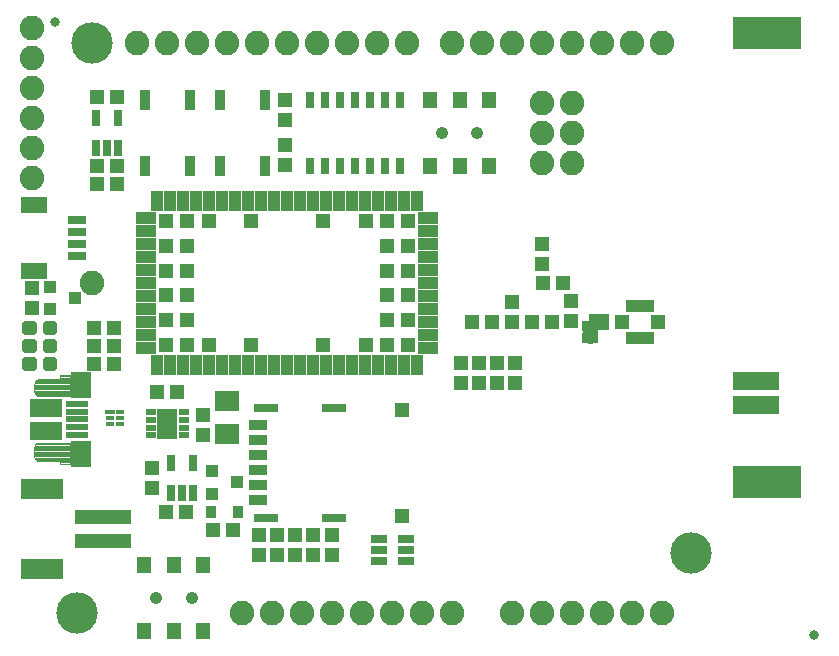
<source format=gts>
G75*
%MOIN*%
%OFA0B0*%
%FSLAX25Y25*%
%IPPOS*%
%LPD*%
%AMOC8*
5,1,8,0,0,1.08239X$1,22.5*
%
%ADD10C,0.05000*%
%ADD11R,0.03950X0.06706*%
%ADD12R,0.06706X0.03950*%
%ADD13R,0.05131X0.05131*%
%ADD14R,0.07690X0.02375*%
%ADD15R,0.06548X0.08674*%
%ADD16R,0.10643X0.06410*%
%ADD17C,0.00400*%
%ADD18R,0.08674X0.05524*%
%ADD19R,0.06115X0.03162*%
%ADD20R,0.18910X0.04737*%
%ADD21R,0.14186X0.07099*%
%ADD22R,0.03800X0.06800*%
%ADD23C,0.08200*%
%ADD24R,0.02965X0.05524*%
%ADD25R,0.05131X0.04737*%
%ADD26R,0.03280X0.04068*%
%ADD27C,0.01990*%
%ADD28R,0.04343X0.03950*%
%ADD29R,0.04737X0.05131*%
%ADD30R,0.03359X0.01981*%
%ADD31R,0.07099X0.10052*%
%ADD32R,0.04737X0.05328*%
%ADD33C,0.04146*%
%ADD34R,0.05918X0.03359*%
%ADD35R,0.07887X0.02690*%
%ADD36R,0.04737X0.04855*%
%ADD37R,0.09461X0.04146*%
%ADD38R,0.04934X0.04737*%
%ADD39R,0.03162X0.05524*%
%ADD40R,0.07887X0.07099*%
%ADD41R,0.22847X0.11036*%
%ADD42R,0.15367X0.06312*%
%ADD43C,0.13800*%
%ADD44R,0.03300X0.05800*%
%ADD45R,0.05800X0.03300*%
%ADD46C,0.00500*%
%ADD47R,0.03202X0.01784*%
%ADD48R,0.03005X0.01784*%
%ADD49R,0.05524X0.03162*%
%ADD50C,0.03300*%
D10*
X0254333Y0137300D02*
X0254333Y0138900D01*
X0254333Y0139000D02*
X0254333Y0137500D01*
D11*
X0196640Y0127638D03*
X0192310Y0127638D03*
X0187979Y0127638D03*
X0183648Y0127638D03*
X0179318Y0127638D03*
X0174987Y0127638D03*
X0170656Y0127638D03*
X0166325Y0127638D03*
X0161995Y0127638D03*
X0157664Y0127638D03*
X0153333Y0127638D03*
X0149003Y0127638D03*
X0144672Y0127638D03*
X0140341Y0127638D03*
X0136010Y0127638D03*
X0131680Y0127638D03*
X0127349Y0127638D03*
X0123018Y0127638D03*
X0118688Y0127638D03*
X0114357Y0127638D03*
X0110026Y0127638D03*
X0110026Y0182362D03*
X0114357Y0182362D03*
X0118688Y0182362D03*
X0123018Y0182362D03*
X0127349Y0182362D03*
X0131680Y0182362D03*
X0136010Y0182362D03*
X0140341Y0182362D03*
X0144672Y0182362D03*
X0149003Y0182362D03*
X0153333Y0182362D03*
X0157664Y0182362D03*
X0161995Y0182362D03*
X0166325Y0182362D03*
X0170656Y0182362D03*
X0174987Y0182362D03*
X0179318Y0182362D03*
X0183648Y0182362D03*
X0187979Y0182362D03*
X0192310Y0182362D03*
X0196640Y0182362D03*
D12*
X0200381Y0176654D03*
X0200381Y0172323D03*
X0200381Y0167992D03*
X0200381Y0163661D03*
X0200381Y0159331D03*
X0200381Y0155000D03*
X0200381Y0150669D03*
X0200381Y0146339D03*
X0200381Y0142008D03*
X0200381Y0137677D03*
X0200381Y0133346D03*
X0106286Y0133346D03*
X0106286Y0137677D03*
X0106286Y0142008D03*
X0106286Y0146339D03*
X0106286Y0150669D03*
X0106286Y0155000D03*
X0106286Y0159331D03*
X0106286Y0163661D03*
X0106286Y0167992D03*
X0106286Y0172323D03*
X0106286Y0176654D03*
D13*
X0112979Y0175669D03*
X0120066Y0175669D03*
X0127152Y0175669D03*
X0120066Y0167402D03*
X0112979Y0167402D03*
X0112979Y0159134D03*
X0120066Y0159134D03*
X0120066Y0150866D03*
X0112979Y0150866D03*
X0112979Y0142598D03*
X0120066Y0142598D03*
X0120066Y0134331D03*
X0127152Y0134331D03*
X0112979Y0134331D03*
X0141325Y0134331D03*
X0165341Y0134331D03*
X0179514Y0134331D03*
X0186601Y0134331D03*
X0193688Y0134331D03*
X0193688Y0142598D03*
X0186601Y0142598D03*
X0186601Y0150866D03*
X0193688Y0150866D03*
X0193688Y0159134D03*
X0186601Y0159134D03*
X0186601Y0167402D03*
X0193688Y0167402D03*
X0193688Y0175669D03*
X0186601Y0175669D03*
X0179514Y0175669D03*
X0165341Y0175669D03*
X0141325Y0175669D03*
D14*
X0083333Y0114618D03*
X0083333Y0112059D03*
X0083333Y0109500D03*
X0083333Y0106941D03*
X0083333Y0104382D03*
D15*
X0084416Y0098083D03*
X0084416Y0120917D03*
D16*
X0072802Y0113289D03*
X0072802Y0105711D03*
D17*
X0070243Y0101626D02*
X0080873Y0101626D01*
X0080873Y0094539D01*
X0077723Y0094539D01*
X0077723Y0095720D01*
X0070243Y0095720D01*
X0069941Y0095799D01*
X0069664Y0095942D01*
X0069427Y0096144D01*
X0069240Y0096393D01*
X0069113Y0096678D01*
X0069052Y0096984D01*
X0069062Y0097295D01*
X0069062Y0100445D01*
X0069091Y0100708D01*
X0069179Y0100957D01*
X0069319Y0101181D01*
X0069506Y0101368D01*
X0069730Y0101509D01*
X0069980Y0101596D01*
X0070243Y0101626D01*
X0069851Y0101551D02*
X0080873Y0101551D01*
X0080873Y0101153D02*
X0069302Y0101153D01*
X0069108Y0100754D02*
X0080873Y0100754D01*
X0080873Y0100356D02*
X0069062Y0100356D01*
X0069062Y0099957D02*
X0080873Y0099957D01*
X0080873Y0099559D02*
X0069062Y0099559D01*
X0069062Y0099160D02*
X0080873Y0099160D01*
X0080873Y0098762D02*
X0069062Y0098762D01*
X0069062Y0098363D02*
X0080873Y0098363D01*
X0080873Y0097965D02*
X0069062Y0097965D01*
X0069062Y0097566D02*
X0080873Y0097566D01*
X0080873Y0097168D02*
X0069058Y0097168D01*
X0069095Y0096769D02*
X0080873Y0096769D01*
X0080873Y0096371D02*
X0069256Y0096371D01*
X0069629Y0095972D02*
X0080873Y0095972D01*
X0080873Y0095574D02*
X0077723Y0095574D01*
X0077723Y0095175D02*
X0080873Y0095175D01*
X0080873Y0094777D02*
X0077723Y0094777D01*
X0080873Y0117374D02*
X0070636Y0117374D01*
X0070325Y0117365D01*
X0070019Y0117425D01*
X0069734Y0117552D01*
X0069485Y0117739D01*
X0069284Y0117977D01*
X0069140Y0118253D01*
X0069062Y0118555D01*
X0069062Y0121311D01*
X0069101Y0121661D01*
X0069218Y0121994D01*
X0069405Y0122293D01*
X0069655Y0122542D01*
X0069953Y0122730D01*
X0070286Y0122846D01*
X0070636Y0122886D01*
X0077723Y0122886D01*
X0077723Y0124461D01*
X0080873Y0124461D01*
X0080873Y0117374D01*
X0080873Y0117492D02*
X0069869Y0117492D01*
X0069357Y0117890D02*
X0080873Y0117890D01*
X0080873Y0118289D02*
X0069131Y0118289D01*
X0069062Y0118687D02*
X0080873Y0118687D01*
X0080873Y0119086D02*
X0069062Y0119086D01*
X0069062Y0119484D02*
X0080873Y0119484D01*
X0080873Y0119883D02*
X0069062Y0119883D01*
X0069062Y0120281D02*
X0080873Y0120281D01*
X0080873Y0120680D02*
X0069062Y0120680D01*
X0069062Y0121078D02*
X0080873Y0121078D01*
X0080873Y0121477D02*
X0069080Y0121477D01*
X0069176Y0121875D02*
X0080873Y0121875D01*
X0080873Y0122274D02*
X0069393Y0122274D01*
X0069862Y0122672D02*
X0080873Y0122672D01*
X0080873Y0123071D02*
X0077723Y0123071D01*
X0077723Y0123470D02*
X0080873Y0123470D01*
X0080873Y0123868D02*
X0077723Y0123868D01*
X0077723Y0124267D02*
X0080873Y0124267D01*
D18*
X0068865Y0158976D03*
X0068865Y0181024D03*
D19*
X0083333Y0175906D03*
X0083333Y0171969D03*
X0083333Y0168031D03*
X0083333Y0164094D03*
D20*
X0091900Y0076937D03*
X0091900Y0069063D03*
D21*
X0071428Y0059614D03*
X0071428Y0086386D03*
D22*
X0105833Y0194000D03*
X0120833Y0194000D03*
X0130833Y0194000D03*
X0145833Y0194000D03*
X0145833Y0216000D03*
X0130833Y0216000D03*
X0120833Y0216000D03*
X0105833Y0216000D03*
D23*
X0103333Y0235000D03*
X0113333Y0235000D03*
X0123333Y0235000D03*
X0133333Y0235000D03*
X0143333Y0235000D03*
X0153333Y0235000D03*
X0163333Y0235000D03*
X0173333Y0235000D03*
X0183333Y0235000D03*
X0193333Y0235000D03*
X0208333Y0235000D03*
X0218333Y0235000D03*
X0228333Y0235000D03*
X0238333Y0235000D03*
X0248333Y0235000D03*
X0258333Y0235000D03*
X0268333Y0235000D03*
X0278333Y0235000D03*
X0248333Y0215000D03*
X0238333Y0215000D03*
X0238333Y0205000D03*
X0248333Y0205000D03*
X0248333Y0195000D03*
X0238333Y0195000D03*
X0088333Y0155000D03*
X0068333Y0190000D03*
X0068333Y0200000D03*
X0068333Y0210000D03*
X0068333Y0220000D03*
X0068333Y0230000D03*
X0068333Y0240000D03*
X0138333Y0045000D03*
X0148333Y0045000D03*
X0158333Y0045000D03*
X0168333Y0045000D03*
X0178333Y0045000D03*
X0188333Y0045000D03*
X0198333Y0045000D03*
X0208333Y0045000D03*
X0228333Y0045000D03*
X0238333Y0045000D03*
X0248333Y0045000D03*
X0258333Y0045000D03*
X0268333Y0045000D03*
X0278333Y0045000D03*
D24*
X0122073Y0084881D03*
X0118333Y0084881D03*
X0114593Y0084881D03*
X0114593Y0095119D03*
X0122073Y0095119D03*
X0097073Y0199881D03*
X0093333Y0199881D03*
X0089593Y0199881D03*
X0089593Y0210119D03*
X0097073Y0210119D03*
D25*
X0096680Y0217100D03*
X0089987Y0217100D03*
X0089987Y0194000D03*
X0089987Y0188000D03*
X0096680Y0188000D03*
X0096680Y0194000D03*
X0095680Y0140000D03*
X0088987Y0140000D03*
X0088987Y0134000D03*
X0088987Y0128000D03*
X0095680Y0128000D03*
X0095680Y0134000D03*
X0109987Y0118500D03*
X0116680Y0118500D03*
X0119680Y0078500D03*
X0112987Y0078500D03*
X0128487Y0072500D03*
X0135180Y0072500D03*
X0214987Y0142008D03*
X0221680Y0142008D03*
X0234987Y0142008D03*
X0241680Y0142008D03*
X0238487Y0155000D03*
X0245180Y0155000D03*
D26*
X0136861Y0078500D03*
X0127806Y0078500D03*
D27*
X0075659Y0126627D02*
X0075659Y0129373D01*
X0075659Y0126627D02*
X0072913Y0126627D01*
X0072913Y0129373D01*
X0075659Y0129373D01*
X0075659Y0128517D02*
X0072913Y0128517D01*
X0068754Y0129373D02*
X0068754Y0126627D01*
X0066008Y0126627D01*
X0066008Y0129373D01*
X0068754Y0129373D01*
X0068754Y0128517D02*
X0066008Y0128517D01*
X0066008Y0132627D02*
X0066008Y0135373D01*
X0068754Y0135373D01*
X0068754Y0132627D01*
X0066008Y0132627D01*
X0066008Y0134517D02*
X0068754Y0134517D01*
X0072913Y0135373D02*
X0072913Y0132627D01*
X0072913Y0135373D02*
X0075659Y0135373D01*
X0075659Y0132627D01*
X0072913Y0132627D01*
X0072913Y0134517D02*
X0075659Y0134517D01*
X0072913Y0138627D02*
X0072913Y0141373D01*
X0075659Y0141373D01*
X0075659Y0138627D01*
X0072913Y0138627D01*
X0072913Y0140517D02*
X0075659Y0140517D01*
X0066008Y0141373D02*
X0066008Y0138627D01*
X0066008Y0141373D02*
X0068754Y0141373D01*
X0068754Y0138627D01*
X0066008Y0138627D01*
X0066008Y0140517D02*
X0068754Y0140517D01*
D28*
X0074396Y0146260D03*
X0082664Y0150000D03*
X0074396Y0153740D03*
X0128396Y0092240D03*
X0128396Y0084760D03*
X0136664Y0088500D03*
D29*
X0125333Y0104154D03*
X0125333Y0110846D03*
X0108333Y0093346D03*
X0108333Y0086654D03*
X0143833Y0070846D03*
X0149833Y0070846D03*
X0155833Y0070846D03*
X0161833Y0070846D03*
X0168333Y0070846D03*
X0168333Y0064154D03*
X0161833Y0064154D03*
X0155833Y0064154D03*
X0149833Y0064154D03*
X0143833Y0064154D03*
X0211333Y0121654D03*
X0217333Y0121654D03*
X0223333Y0121654D03*
X0229333Y0121654D03*
X0229333Y0128346D03*
X0223333Y0128346D03*
X0217333Y0128346D03*
X0211333Y0128346D03*
X0228333Y0141992D03*
X0228333Y0148685D03*
X0238333Y0161154D03*
X0238333Y0167846D03*
X0247987Y0148846D03*
X0247987Y0142154D03*
X0152566Y0194154D03*
X0152566Y0200846D03*
X0152566Y0209154D03*
X0152566Y0215846D03*
X0068333Y0153346D03*
X0068333Y0146654D03*
D30*
X0107920Y0111839D03*
X0107920Y0109280D03*
X0107920Y0106720D03*
X0107920Y0104161D03*
X0118747Y0104161D03*
X0118747Y0106720D03*
X0118747Y0109280D03*
X0118747Y0111839D03*
D31*
X0113333Y0108000D03*
D32*
X0115533Y0061122D03*
X0105691Y0061122D03*
X0125376Y0061122D03*
X0125376Y0038878D03*
X0115533Y0038878D03*
X0105691Y0038878D03*
X0200991Y0193878D03*
X0210833Y0193878D03*
X0220676Y0193878D03*
X0220676Y0216122D03*
X0210833Y0216122D03*
X0200991Y0216122D03*
D33*
X0204928Y0205000D03*
X0216739Y0205000D03*
X0121439Y0050000D03*
X0109628Y0050000D03*
D34*
X0143727Y0082500D03*
X0143727Y0087500D03*
X0143727Y0092500D03*
X0143727Y0097500D03*
X0143727Y0102500D03*
X0143727Y0107500D03*
D35*
X0146365Y0113346D03*
X0169003Y0113346D03*
X0169003Y0076535D03*
X0146365Y0076535D03*
D36*
X0191522Y0077421D03*
X0191522Y0112579D03*
D37*
X0270833Y0136594D03*
X0270833Y0147421D03*
D38*
X0264829Y0142008D03*
X0276837Y0142008D03*
D39*
X0190833Y0193976D03*
X0185833Y0193976D03*
X0180833Y0193976D03*
X0175833Y0193976D03*
X0170833Y0193976D03*
X0165833Y0193976D03*
X0160833Y0193976D03*
X0160833Y0216024D03*
X0165833Y0216024D03*
X0170833Y0216024D03*
X0175833Y0216024D03*
X0180833Y0216024D03*
X0185833Y0216024D03*
X0190833Y0216024D03*
D40*
X0133333Y0115512D03*
X0133333Y0104488D03*
D41*
X0313333Y0088697D03*
X0313333Y0238303D03*
D42*
X0309593Y0122161D03*
X0309593Y0114287D03*
D43*
X0287833Y0065000D03*
X0083333Y0045000D03*
X0088333Y0235000D03*
D44*
X0255733Y0141992D03*
X0258933Y0141992D03*
D45*
X0254333Y0140500D03*
X0254333Y0136500D03*
D46*
X0253833Y0137750D02*
X0253833Y0139250D01*
X0254833Y0139250D01*
X0254833Y0137750D01*
X0253833Y0137750D01*
X0253833Y0138192D02*
X0254833Y0138192D01*
X0254833Y0138690D02*
X0253833Y0138690D01*
X0253833Y0139189D02*
X0254833Y0139189D01*
D47*
X0094239Y0111969D03*
D48*
X0094140Y0110000D03*
X0094140Y0108031D03*
X0097526Y0108031D03*
X0097526Y0110000D03*
X0097526Y0111969D03*
D49*
X0183806Y0069740D03*
X0183806Y0066000D03*
X0183806Y0062260D03*
X0192861Y0062260D03*
X0192861Y0066000D03*
X0192861Y0069740D03*
D50*
X0328833Y0037500D03*
X0075833Y0242000D03*
M02*

</source>
